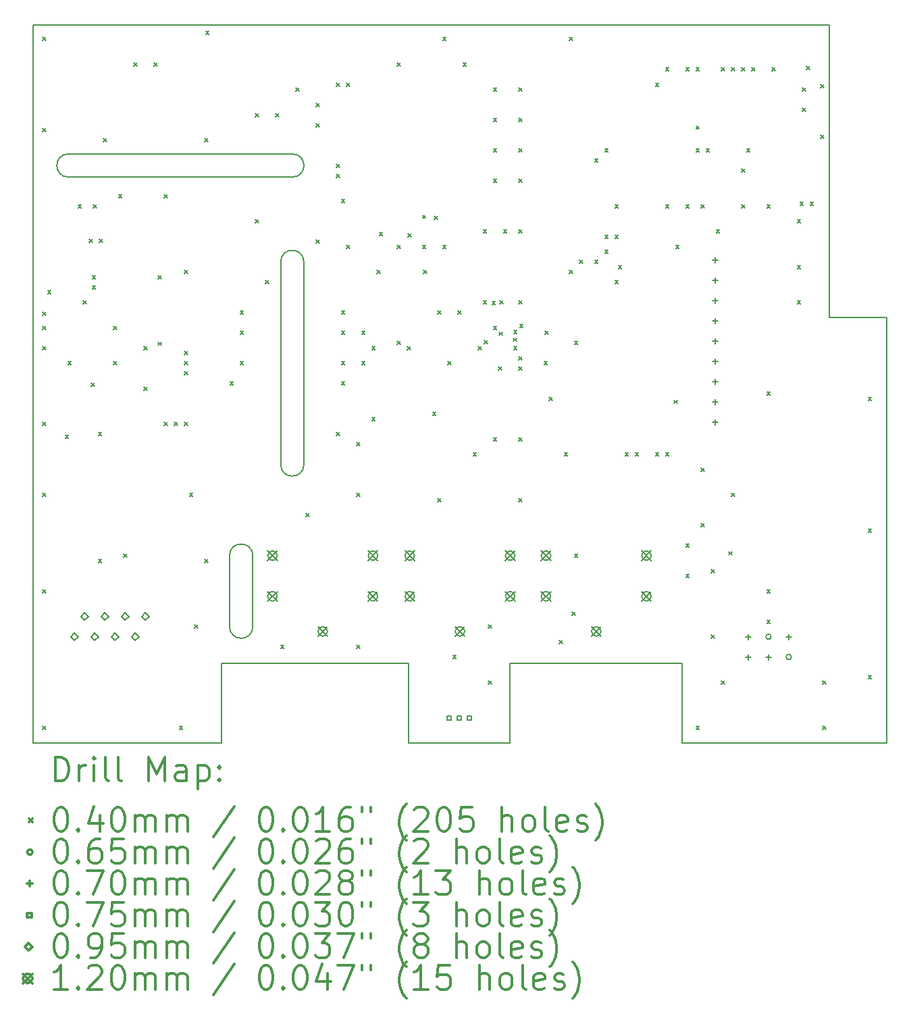
<source format=gbr>
%FSLAX45Y45*%
G04 Gerber Fmt 4.5, Leading zero omitted, Abs format (unit mm)*
G04 Created by KiCad (PCBNEW (5.1.6)-1) date 2021-04-11 16:09:23*
%MOMM*%
%LPD*%
G01*
G04 APERTURE LIST*
%TA.AperFunction,Profile*%
%ADD10C,0.200000*%
%TD*%
%ADD11C,0.200000*%
%ADD12C,0.300000*%
G04 APERTURE END LIST*
D10*
X6159500Y-15875000D02*
X6159500Y-14872000D01*
X11938000Y-15875000D02*
X11938000Y-14872000D01*
X14500000Y-15875000D02*
X11938000Y-15875000D01*
X14500000Y-15875000D02*
X14500000Y-14872000D01*
X3800000Y-15875000D02*
X6159500Y-15875000D01*
X9779000Y-14872000D02*
X11938000Y-14872000D01*
X9779000Y-15875000D02*
X9779000Y-14872000D01*
X9779000Y-15875000D02*
X8509000Y-15875000D01*
X8509000Y-15875000D02*
X8509000Y-14872000D01*
X6553200Y-14414500D02*
G75*
G02*
X6261100Y-14414500I-146050J0D01*
G01*
X6261100Y-13525500D02*
G75*
G02*
X6553200Y-13525500I146050J0D01*
G01*
X7192500Y-12382500D02*
G75*
G02*
X6902500Y-12382500I-145000J0D01*
G01*
X6902500Y-9842500D02*
G75*
G02*
X7192500Y-9842500I145000J0D01*
G01*
X4241800Y-8780000D02*
G75*
G02*
X4241800Y-8490000I0J145000D01*
G01*
X7048500Y-8490000D02*
G75*
G02*
X7048500Y-8780000I0J-145000D01*
G01*
X13779500Y-10541000D02*
X13779500Y-6872000D01*
X14500000Y-10541000D02*
X13779500Y-10541000D01*
X6553200Y-13525500D02*
X6553200Y-14414500D01*
X6261100Y-14414500D02*
X6261100Y-13525500D01*
X7192500Y-9842500D02*
X7192500Y-12382500D01*
X6902500Y-12382500D02*
X6902500Y-9842500D01*
X4241800Y-8490000D02*
X7048500Y-8490000D01*
X7048500Y-8780000D02*
X4241800Y-8780000D01*
X3800000Y-6872000D02*
X13779500Y-6872000D01*
X6159500Y-14872000D02*
X8509000Y-14872000D01*
X14500000Y-10541000D02*
X14500000Y-14872000D01*
X3800000Y-6872000D02*
X3800000Y-15875000D01*
D11*
X3917000Y-7028500D02*
X3957000Y-7068500D01*
X3957000Y-7028500D02*
X3917000Y-7068500D01*
X3917000Y-8171500D02*
X3957000Y-8211500D01*
X3957000Y-8171500D02*
X3917000Y-8211500D01*
X3917000Y-10470200D02*
X3957000Y-10510200D01*
X3957000Y-10470200D02*
X3917000Y-10510200D01*
X3917000Y-10648000D02*
X3957000Y-10688000D01*
X3957000Y-10648000D02*
X3917000Y-10688000D01*
X3917000Y-10902000D02*
X3957000Y-10942000D01*
X3957000Y-10902000D02*
X3917000Y-10942000D01*
X3917000Y-11854500D02*
X3957000Y-11894500D01*
X3957000Y-11854500D02*
X3917000Y-11894500D01*
X3917000Y-12743500D02*
X3957000Y-12783500D01*
X3957000Y-12743500D02*
X3917000Y-12783500D01*
X3917000Y-13950000D02*
X3957000Y-13990000D01*
X3957000Y-13950000D02*
X3917000Y-13990000D01*
X3917000Y-15664500D02*
X3957000Y-15704500D01*
X3957000Y-15664500D02*
X3917000Y-15704500D01*
X3980500Y-10203500D02*
X4020500Y-10243500D01*
X4020500Y-10203500D02*
X3980500Y-10243500D01*
X4201000Y-12011500D02*
X4241000Y-12051500D01*
X4241000Y-12011500D02*
X4201000Y-12051500D01*
X4234500Y-11092500D02*
X4274500Y-11132500D01*
X4274500Y-11092500D02*
X4234500Y-11132500D01*
X4361500Y-9124000D02*
X4401500Y-9164000D01*
X4401500Y-9124000D02*
X4361500Y-9164000D01*
X4425000Y-10330500D02*
X4465000Y-10370500D01*
X4465000Y-10330500D02*
X4425000Y-10370500D01*
X4501200Y-9555800D02*
X4541200Y-9595800D01*
X4541200Y-9555800D02*
X4501200Y-9595800D01*
X4526600Y-11359200D02*
X4566600Y-11399200D01*
X4566600Y-11359200D02*
X4526600Y-11399200D01*
X4539300Y-10013000D02*
X4579300Y-10053000D01*
X4579300Y-10013000D02*
X4539300Y-10053000D01*
X4539300Y-10140000D02*
X4579300Y-10180000D01*
X4579300Y-10140000D02*
X4539300Y-10180000D01*
X4552000Y-9124000D02*
X4592000Y-9164000D01*
X4592000Y-9124000D02*
X4552000Y-9164000D01*
X4615500Y-11981500D02*
X4655500Y-12021500D01*
X4655500Y-11981500D02*
X4615500Y-12021500D01*
X4615500Y-13569000D02*
X4655500Y-13609000D01*
X4655500Y-13569000D02*
X4615500Y-13609000D01*
X4628200Y-9555800D02*
X4668200Y-9595800D01*
X4668200Y-9555800D02*
X4628200Y-9595800D01*
X4679000Y-8298500D02*
X4719000Y-8338500D01*
X4719000Y-8298500D02*
X4679000Y-8338500D01*
X4806000Y-10648000D02*
X4846000Y-10688000D01*
X4846000Y-10648000D02*
X4806000Y-10688000D01*
X4806000Y-11092500D02*
X4846000Y-11132500D01*
X4846000Y-11092500D02*
X4806000Y-11132500D01*
X4869500Y-8997000D02*
X4909500Y-9037000D01*
X4909500Y-8997000D02*
X4869500Y-9037000D01*
X4933000Y-13505500D02*
X4973000Y-13545500D01*
X4973000Y-13505500D02*
X4933000Y-13545500D01*
X5060000Y-7346000D02*
X5100000Y-7386000D01*
X5100000Y-7346000D02*
X5060000Y-7386000D01*
X5187000Y-10902000D02*
X5227000Y-10942000D01*
X5227000Y-10902000D02*
X5187000Y-10942000D01*
X5187000Y-11410000D02*
X5227000Y-11450000D01*
X5227000Y-11410000D02*
X5187000Y-11450000D01*
X5314000Y-7346000D02*
X5354000Y-7386000D01*
X5354000Y-7346000D02*
X5314000Y-7386000D01*
X5367000Y-10013000D02*
X5407000Y-10053000D01*
X5407000Y-10013000D02*
X5367000Y-10053000D01*
X5367000Y-10849000D02*
X5407000Y-10889000D01*
X5407000Y-10849000D02*
X5367000Y-10889000D01*
X5441000Y-8997000D02*
X5481000Y-9037000D01*
X5481000Y-8997000D02*
X5441000Y-9037000D01*
X5441000Y-11854500D02*
X5481000Y-11894500D01*
X5481000Y-11854500D02*
X5441000Y-11894500D01*
X5568000Y-11854500D02*
X5608000Y-11894500D01*
X5608000Y-11854500D02*
X5568000Y-11894500D01*
X5631500Y-15664500D02*
X5671500Y-15704500D01*
X5671500Y-15664500D02*
X5631500Y-15704500D01*
X5695000Y-9949500D02*
X5735000Y-9989500D01*
X5735000Y-9949500D02*
X5695000Y-9989500D01*
X5695000Y-10965500D02*
X5735000Y-11005500D01*
X5735000Y-10965500D02*
X5695000Y-11005500D01*
X5695000Y-11092500D02*
X5735000Y-11132500D01*
X5735000Y-11092500D02*
X5695000Y-11132500D01*
X5695000Y-11219500D02*
X5735000Y-11259500D01*
X5735000Y-11219500D02*
X5695000Y-11259500D01*
X5695000Y-11854500D02*
X5735000Y-11894500D01*
X5735000Y-11854500D02*
X5695000Y-11894500D01*
X5758500Y-12743500D02*
X5798500Y-12783500D01*
X5798500Y-12743500D02*
X5758500Y-12783500D01*
X5822000Y-14394500D02*
X5862000Y-14434500D01*
X5862000Y-14394500D02*
X5822000Y-14434500D01*
X5949000Y-8298500D02*
X5989000Y-8338500D01*
X5989000Y-8298500D02*
X5949000Y-8338500D01*
X5949000Y-13569000D02*
X5989000Y-13609000D01*
X5989000Y-13569000D02*
X5949000Y-13609000D01*
X5963000Y-6951000D02*
X6003000Y-6991000D01*
X6003000Y-6951000D02*
X5963000Y-6991000D01*
X6266500Y-11346500D02*
X6306500Y-11386500D01*
X6306500Y-11346500D02*
X6266500Y-11386500D01*
X6393500Y-10457500D02*
X6433500Y-10497500D01*
X6433500Y-10457500D02*
X6393500Y-10497500D01*
X6393500Y-10711500D02*
X6433500Y-10751500D01*
X6433500Y-10711500D02*
X6393500Y-10751500D01*
X6393500Y-11092500D02*
X6433500Y-11132500D01*
X6433500Y-11092500D02*
X6393500Y-11132500D01*
X6584000Y-7981000D02*
X6624000Y-8021000D01*
X6624000Y-7981000D02*
X6584000Y-8021000D01*
X6584000Y-9314500D02*
X6624000Y-9354500D01*
X6624000Y-9314500D02*
X6584000Y-9354500D01*
X6711000Y-10076500D02*
X6751000Y-10116500D01*
X6751000Y-10076500D02*
X6711000Y-10116500D01*
X6838000Y-7981000D02*
X6878000Y-8021000D01*
X6878000Y-7981000D02*
X6838000Y-8021000D01*
X6901500Y-14648500D02*
X6941500Y-14688500D01*
X6941500Y-14648500D02*
X6901500Y-14688500D01*
X7092000Y-7663500D02*
X7132000Y-7703500D01*
X7132000Y-7663500D02*
X7092000Y-7703500D01*
X7219000Y-12997500D02*
X7259000Y-13037500D01*
X7259000Y-12997500D02*
X7219000Y-13037500D01*
X7346000Y-7854000D02*
X7386000Y-7894000D01*
X7386000Y-7854000D02*
X7346000Y-7894000D01*
X7346000Y-8108000D02*
X7386000Y-8148000D01*
X7386000Y-8108000D02*
X7346000Y-8148000D01*
X7346000Y-9568500D02*
X7386000Y-9608500D01*
X7386000Y-9568500D02*
X7346000Y-9608500D01*
X7600000Y-7600000D02*
X7640000Y-7640000D01*
X7640000Y-7600000D02*
X7600000Y-7640000D01*
X7600000Y-8616000D02*
X7640000Y-8656000D01*
X7640000Y-8616000D02*
X7600000Y-8656000D01*
X7600000Y-8743000D02*
X7640000Y-8783000D01*
X7640000Y-8743000D02*
X7600000Y-8783000D01*
X7600000Y-11981500D02*
X7640000Y-12021500D01*
X7640000Y-11981500D02*
X7600000Y-12021500D01*
X7663500Y-9060500D02*
X7703500Y-9100500D01*
X7703500Y-9060500D02*
X7663500Y-9100500D01*
X7663500Y-10457500D02*
X7703500Y-10497500D01*
X7703500Y-10457500D02*
X7663500Y-10497500D01*
X7663500Y-10711500D02*
X7703500Y-10751500D01*
X7703500Y-10711500D02*
X7663500Y-10751500D01*
X7663500Y-11092500D02*
X7703500Y-11132500D01*
X7703500Y-11092500D02*
X7663500Y-11132500D01*
X7663500Y-11346500D02*
X7703500Y-11386500D01*
X7703500Y-11346500D02*
X7663500Y-11386500D01*
X7727000Y-7600000D02*
X7767000Y-7640000D01*
X7767000Y-7600000D02*
X7727000Y-7640000D01*
X7727000Y-9632000D02*
X7767000Y-9672000D01*
X7767000Y-9632000D02*
X7727000Y-9672000D01*
X7854000Y-12108500D02*
X7894000Y-12148500D01*
X7894000Y-12108500D02*
X7854000Y-12148500D01*
X7854000Y-12743500D02*
X7894000Y-12783500D01*
X7894000Y-12743500D02*
X7854000Y-12783500D01*
X7854000Y-14648500D02*
X7894000Y-14688500D01*
X7894000Y-14648500D02*
X7854000Y-14688500D01*
X7917500Y-10711500D02*
X7957500Y-10751500D01*
X7957500Y-10711500D02*
X7917500Y-10751500D01*
X7917500Y-11092500D02*
X7957500Y-11132500D01*
X7957500Y-11092500D02*
X7917500Y-11132500D01*
X8044500Y-10902000D02*
X8084500Y-10942000D01*
X8084500Y-10902000D02*
X8044500Y-10942000D01*
X8044500Y-11791000D02*
X8084500Y-11831000D01*
X8084500Y-11791000D02*
X8044500Y-11831000D01*
X8108000Y-9949500D02*
X8148000Y-9989500D01*
X8148000Y-9949500D02*
X8108000Y-9989500D01*
X8138000Y-9475000D02*
X8178000Y-9515000D01*
X8178000Y-9475000D02*
X8138000Y-9515000D01*
X8362000Y-7346000D02*
X8402000Y-7386000D01*
X8402000Y-7346000D02*
X8362000Y-7386000D01*
X8362000Y-9632000D02*
X8402000Y-9672000D01*
X8402000Y-9632000D02*
X8362000Y-9672000D01*
X8362000Y-10838500D02*
X8402000Y-10878500D01*
X8402000Y-10838500D02*
X8362000Y-10878500D01*
X8489000Y-10902000D02*
X8529000Y-10942000D01*
X8529000Y-10902000D02*
X8489000Y-10942000D01*
X8500500Y-9493500D02*
X8540500Y-9533500D01*
X8540500Y-9493500D02*
X8500500Y-9533500D01*
X8679500Y-9259000D02*
X8719500Y-9299000D01*
X8719500Y-9259000D02*
X8679500Y-9299000D01*
X8679500Y-9632000D02*
X8719500Y-9672000D01*
X8719500Y-9632000D02*
X8679500Y-9672000D01*
X8692200Y-9949500D02*
X8732200Y-9989500D01*
X8732200Y-9949500D02*
X8692200Y-9989500D01*
X8806500Y-11727500D02*
X8846500Y-11767500D01*
X8846500Y-11727500D02*
X8806500Y-11767500D01*
X8827500Y-9272000D02*
X8867500Y-9312000D01*
X8867500Y-9272000D02*
X8827500Y-9312000D01*
X8870000Y-12807000D02*
X8910000Y-12847000D01*
X8910000Y-12807000D02*
X8870000Y-12847000D01*
X8871033Y-10456467D02*
X8911033Y-10496467D01*
X8911033Y-10456467D02*
X8871033Y-10496467D01*
X8933500Y-7028500D02*
X8973500Y-7068500D01*
X8973500Y-7028500D02*
X8933500Y-7068500D01*
X8933500Y-9632000D02*
X8973500Y-9672000D01*
X8973500Y-9632000D02*
X8933500Y-9672000D01*
X8997000Y-11092500D02*
X9037000Y-11132500D01*
X9037000Y-11092500D02*
X8997000Y-11132500D01*
X9060500Y-14775500D02*
X9100500Y-14815500D01*
X9100500Y-14775500D02*
X9060500Y-14815500D01*
X9124000Y-10457500D02*
X9164000Y-10497500D01*
X9164000Y-10457500D02*
X9124000Y-10497500D01*
X9187500Y-7346000D02*
X9227500Y-7386000D01*
X9227500Y-7346000D02*
X9187500Y-7386000D01*
X9314500Y-12235500D02*
X9354500Y-12275500D01*
X9354500Y-12235500D02*
X9314500Y-12275500D01*
X9378000Y-10902000D02*
X9418000Y-10942000D01*
X9418000Y-10902000D02*
X9378000Y-10942000D01*
X9441500Y-9441500D02*
X9481500Y-9481500D01*
X9481500Y-9441500D02*
X9441500Y-9481500D01*
X9441500Y-10330500D02*
X9481500Y-10370500D01*
X9481500Y-10330500D02*
X9441500Y-10370500D01*
X9453000Y-10827000D02*
X9493000Y-10867000D01*
X9493000Y-10827000D02*
X9453000Y-10867000D01*
X9505000Y-14394500D02*
X9545000Y-14434500D01*
X9545000Y-14394500D02*
X9505000Y-14434500D01*
X9505000Y-15093000D02*
X9545000Y-15133000D01*
X9545000Y-15093000D02*
X9505000Y-15133000D01*
X9552518Y-10335452D02*
X9592518Y-10375452D01*
X9592518Y-10335452D02*
X9552518Y-10375452D01*
X9568500Y-7663500D02*
X9608500Y-7703500D01*
X9608500Y-7663500D02*
X9568500Y-7703500D01*
X9568500Y-8044500D02*
X9608500Y-8084500D01*
X9608500Y-8044500D02*
X9568500Y-8084500D01*
X9568500Y-8425500D02*
X9608500Y-8465500D01*
X9608500Y-8425500D02*
X9568500Y-8465500D01*
X9568500Y-8806500D02*
X9608500Y-8846500D01*
X9608500Y-8806500D02*
X9568500Y-8846500D01*
X9568500Y-10648000D02*
X9608500Y-10688000D01*
X9608500Y-10648000D02*
X9568500Y-10688000D01*
X9568500Y-12045000D02*
X9608500Y-12085000D01*
X9608500Y-12045000D02*
X9568500Y-12085000D01*
X9632000Y-11156000D02*
X9672000Y-11196000D01*
X9672000Y-11156000D02*
X9632000Y-11196000D01*
X9643500Y-10723000D02*
X9683500Y-10763000D01*
X9683500Y-10723000D02*
X9643500Y-10763000D01*
X9652325Y-10329234D02*
X9692325Y-10369234D01*
X9692325Y-10329234D02*
X9652325Y-10369234D01*
X9695500Y-9441500D02*
X9735500Y-9481500D01*
X9735500Y-9441500D02*
X9695500Y-9481500D01*
X9819467Y-10798967D02*
X9859467Y-10838967D01*
X9859467Y-10798967D02*
X9819467Y-10838967D01*
X9822500Y-10698800D02*
X9862500Y-10738800D01*
X9862500Y-10698800D02*
X9822500Y-10738800D01*
X9822500Y-10902000D02*
X9862500Y-10942000D01*
X9862500Y-10902000D02*
X9822500Y-10942000D01*
X9886000Y-7663500D02*
X9926000Y-7703500D01*
X9926000Y-7663500D02*
X9886000Y-7703500D01*
X9886000Y-8044500D02*
X9926000Y-8084500D01*
X9926000Y-8044500D02*
X9886000Y-8084500D01*
X9886000Y-8425500D02*
X9926000Y-8465500D01*
X9926000Y-8425500D02*
X9886000Y-8465500D01*
X9886000Y-8806500D02*
X9926000Y-8846500D01*
X9926000Y-8806500D02*
X9886000Y-8846500D01*
X9886000Y-9441500D02*
X9926000Y-9481500D01*
X9926000Y-9441500D02*
X9886000Y-9481500D01*
X9886000Y-10330500D02*
X9926000Y-10370500D01*
X9926000Y-10330500D02*
X9886000Y-10370500D01*
X9886000Y-11029000D02*
X9926000Y-11069000D01*
X9926000Y-11029000D02*
X9886000Y-11069000D01*
X9886000Y-11156000D02*
X9926000Y-11196000D01*
X9926000Y-11156000D02*
X9886000Y-11196000D01*
X9886000Y-12045000D02*
X9926000Y-12085000D01*
X9926000Y-12045000D02*
X9886000Y-12085000D01*
X9886000Y-12807000D02*
X9926000Y-12847000D01*
X9926000Y-12807000D02*
X9886000Y-12847000D01*
X9898700Y-10622600D02*
X9938700Y-10662600D01*
X9938700Y-10622600D02*
X9898700Y-10662600D01*
X10203500Y-11092500D02*
X10243500Y-11132500D01*
X10243500Y-11092500D02*
X10203500Y-11132500D01*
X10215000Y-10711500D02*
X10255000Y-10751500D01*
X10255000Y-10711500D02*
X10215000Y-10751500D01*
X10267000Y-11537000D02*
X10307000Y-11577000D01*
X10307000Y-11537000D02*
X10267000Y-11577000D01*
X10394000Y-14585000D02*
X10434000Y-14625000D01*
X10434000Y-14585000D02*
X10394000Y-14625000D01*
X10457500Y-12235500D02*
X10497500Y-12275500D01*
X10497500Y-12235500D02*
X10457500Y-12275500D01*
X10521000Y-7028500D02*
X10561000Y-7068500D01*
X10561000Y-7028500D02*
X10521000Y-7068500D01*
X10521000Y-9949500D02*
X10561000Y-9989500D01*
X10561000Y-9949500D02*
X10521000Y-9989500D01*
X10554500Y-14234000D02*
X10594500Y-14274000D01*
X10594500Y-14234000D02*
X10554500Y-14274000D01*
X10584500Y-10838500D02*
X10624500Y-10878500D01*
X10624500Y-10838500D02*
X10584500Y-10878500D01*
X10584500Y-13505500D02*
X10624500Y-13545500D01*
X10624500Y-13505500D02*
X10584500Y-13545500D01*
X10648000Y-9822500D02*
X10688000Y-9862500D01*
X10688000Y-9822500D02*
X10648000Y-9862500D01*
X10838500Y-8552500D02*
X10878500Y-8592500D01*
X10878500Y-8552500D02*
X10838500Y-8592500D01*
X10838500Y-9822500D02*
X10878500Y-9862500D01*
X10878500Y-9822500D02*
X10838500Y-9862500D01*
X10965500Y-8425500D02*
X11005500Y-8465500D01*
X11005500Y-8425500D02*
X10965500Y-8465500D01*
X10965500Y-9505000D02*
X11005500Y-9545000D01*
X11005500Y-9505000D02*
X10965500Y-9545000D01*
X10965500Y-9695500D02*
X11005500Y-9735500D01*
X11005500Y-9695500D02*
X10965500Y-9735500D01*
X11092500Y-9124000D02*
X11132500Y-9164000D01*
X11132500Y-9124000D02*
X11092500Y-9164000D01*
X11092500Y-9505000D02*
X11132500Y-9545000D01*
X11132500Y-9505000D02*
X11092500Y-9545000D01*
X11092500Y-10076500D02*
X11132500Y-10116500D01*
X11132500Y-10076500D02*
X11092500Y-10116500D01*
X11137000Y-9886000D02*
X11177000Y-9926000D01*
X11177000Y-9886000D02*
X11137000Y-9926000D01*
X11219500Y-12235500D02*
X11259500Y-12275500D01*
X11259500Y-12235500D02*
X11219500Y-12275500D01*
X11346500Y-12235500D02*
X11386500Y-12275500D01*
X11386500Y-12235500D02*
X11346500Y-12275500D01*
X11600500Y-7600000D02*
X11640500Y-7640000D01*
X11640500Y-7600000D02*
X11600500Y-7640000D01*
X11600500Y-12235500D02*
X11640500Y-12275500D01*
X11640500Y-12235500D02*
X11600500Y-12275500D01*
X11727500Y-7409500D02*
X11767500Y-7449500D01*
X11767500Y-7409500D02*
X11727500Y-7449500D01*
X11727500Y-9124000D02*
X11767500Y-9164000D01*
X11767500Y-9124000D02*
X11727500Y-9164000D01*
X11727500Y-12235500D02*
X11767500Y-12275500D01*
X11767500Y-12235500D02*
X11727500Y-12275500D01*
X11833000Y-11579000D02*
X11873000Y-11619000D01*
X11873000Y-11579000D02*
X11833000Y-11619000D01*
X11854500Y-9632000D02*
X11894500Y-9672000D01*
X11894500Y-9632000D02*
X11854500Y-9672000D01*
X11981500Y-7409500D02*
X12021500Y-7449500D01*
X12021500Y-7409500D02*
X11981500Y-7449500D01*
X11981500Y-9124000D02*
X12021500Y-9164000D01*
X12021500Y-9124000D02*
X11981500Y-9164000D01*
X11981500Y-13378500D02*
X12021500Y-13418500D01*
X12021500Y-13378500D02*
X11981500Y-13418500D01*
X11981500Y-13759500D02*
X12021500Y-13799500D01*
X12021500Y-13759500D02*
X11981500Y-13799500D01*
X12108500Y-7409500D02*
X12148500Y-7449500D01*
X12148500Y-7409500D02*
X12108500Y-7449500D01*
X12108500Y-8141500D02*
X12148500Y-8181500D01*
X12148500Y-8141500D02*
X12108500Y-8181500D01*
X12108500Y-8425500D02*
X12148500Y-8465500D01*
X12148500Y-8425500D02*
X12108500Y-8465500D01*
X12108500Y-15664500D02*
X12148500Y-15704500D01*
X12148500Y-15664500D02*
X12108500Y-15704500D01*
X12172000Y-9124000D02*
X12212000Y-9164000D01*
X12212000Y-9124000D02*
X12172000Y-9164000D01*
X12172000Y-12426000D02*
X12212000Y-12466000D01*
X12212000Y-12426000D02*
X12172000Y-12466000D01*
X12172000Y-13124500D02*
X12212000Y-13164500D01*
X12212000Y-13124500D02*
X12172000Y-13164500D01*
X12235500Y-8425500D02*
X12275500Y-8465500D01*
X12275500Y-8425500D02*
X12235500Y-8465500D01*
X12299000Y-13696000D02*
X12339000Y-13736000D01*
X12339000Y-13696000D02*
X12299000Y-13736000D01*
X12299000Y-14521500D02*
X12339000Y-14561500D01*
X12339000Y-14521500D02*
X12299000Y-14561500D01*
X12362500Y-9441500D02*
X12402500Y-9481500D01*
X12402500Y-9441500D02*
X12362500Y-9481500D01*
X12426000Y-7409500D02*
X12466000Y-7449500D01*
X12466000Y-7409500D02*
X12426000Y-7449500D01*
X12426000Y-15093000D02*
X12466000Y-15133000D01*
X12466000Y-15093000D02*
X12426000Y-15133000D01*
X12521250Y-13473750D02*
X12561250Y-13513750D01*
X12561250Y-13473750D02*
X12521250Y-13513750D01*
X12553000Y-7409500D02*
X12593000Y-7449500D01*
X12593000Y-7409500D02*
X12553000Y-7449500D01*
X12553000Y-12743500D02*
X12593000Y-12783500D01*
X12593000Y-12743500D02*
X12553000Y-12783500D01*
X12680000Y-7409500D02*
X12720000Y-7449500D01*
X12720000Y-7409500D02*
X12680000Y-7449500D01*
X12680000Y-8679500D02*
X12720000Y-8719500D01*
X12720000Y-8679500D02*
X12680000Y-8719500D01*
X12680000Y-9124000D02*
X12720000Y-9164000D01*
X12720000Y-9124000D02*
X12680000Y-9164000D01*
X12743500Y-8425500D02*
X12783500Y-8465500D01*
X12783500Y-8425500D02*
X12743500Y-8465500D01*
X12807000Y-7409500D02*
X12847000Y-7449500D01*
X12847000Y-7409500D02*
X12807000Y-7449500D01*
X12997500Y-9124000D02*
X13037500Y-9164000D01*
X13037500Y-9124000D02*
X12997500Y-9164000D01*
X12997500Y-11473500D02*
X13037500Y-11513500D01*
X13037500Y-11473500D02*
X12997500Y-11513500D01*
X12997500Y-13950000D02*
X13037500Y-13990000D01*
X13037500Y-13950000D02*
X12997500Y-13990000D01*
X12997500Y-14331000D02*
X13037500Y-14371000D01*
X13037500Y-14331000D02*
X12997500Y-14371000D01*
X13061000Y-7409500D02*
X13101000Y-7449500D01*
X13101000Y-7409500D02*
X13061000Y-7449500D01*
X13378500Y-9314500D02*
X13418500Y-9354500D01*
X13418500Y-9314500D02*
X13378500Y-9354500D01*
X13378500Y-9886000D02*
X13418500Y-9926000D01*
X13418500Y-9886000D02*
X13378500Y-9926000D01*
X13378500Y-10330500D02*
X13418500Y-10370500D01*
X13418500Y-10330500D02*
X13378500Y-10370500D01*
X13413000Y-9095000D02*
X13453000Y-9135000D01*
X13453000Y-9095000D02*
X13413000Y-9135000D01*
X13442000Y-7663500D02*
X13482000Y-7703500D01*
X13482000Y-7663500D02*
X13442000Y-7703500D01*
X13442000Y-7917500D02*
X13482000Y-7957500D01*
X13482000Y-7917500D02*
X13442000Y-7957500D01*
X13492800Y-7391500D02*
X13532800Y-7431500D01*
X13532800Y-7391500D02*
X13492800Y-7431500D01*
X13540000Y-9095000D02*
X13580000Y-9135000D01*
X13580000Y-9095000D02*
X13540000Y-9135000D01*
X13674000Y-7622000D02*
X13714000Y-7662000D01*
X13714000Y-7622000D02*
X13674000Y-7662000D01*
X13674000Y-8257000D02*
X13714000Y-8297000D01*
X13714000Y-8257000D02*
X13674000Y-8297000D01*
X13696000Y-15093000D02*
X13736000Y-15133000D01*
X13736000Y-15093000D02*
X13696000Y-15133000D01*
X13696000Y-15664500D02*
X13736000Y-15704500D01*
X13736000Y-15664500D02*
X13696000Y-15704500D01*
X14267500Y-11537000D02*
X14307500Y-11577000D01*
X14307500Y-11537000D02*
X14267500Y-11577000D01*
X14267500Y-13188000D02*
X14307500Y-13228000D01*
X14307500Y-13188000D02*
X14267500Y-13228000D01*
X14267500Y-15029500D02*
X14307500Y-15069500D01*
X14307500Y-15029500D02*
X14267500Y-15069500D01*
X13050000Y-14541500D02*
G75*
G03*
X13050000Y-14541500I-32500J0D01*
G01*
X13304000Y-14795500D02*
G75*
G03*
X13304000Y-14795500I-32500J0D01*
G01*
X12763500Y-14506500D02*
X12763500Y-14576500D01*
X12728500Y-14541500D02*
X12798500Y-14541500D01*
X12763500Y-14760500D02*
X12763500Y-14830500D01*
X12728500Y-14795500D02*
X12798500Y-14795500D01*
X13017500Y-14760500D02*
X13017500Y-14830500D01*
X12982500Y-14795500D02*
X13052500Y-14795500D01*
X13271500Y-14506500D02*
X13271500Y-14576500D01*
X13236500Y-14541500D02*
X13306500Y-14541500D01*
X12351500Y-9786000D02*
X12351500Y-9856000D01*
X12316500Y-9821000D02*
X12386500Y-9821000D01*
X12351500Y-10040000D02*
X12351500Y-10110000D01*
X12316500Y-10075000D02*
X12386500Y-10075000D01*
X12351500Y-10294000D02*
X12351500Y-10364000D01*
X12316500Y-10329000D02*
X12386500Y-10329000D01*
X12351500Y-10548000D02*
X12351500Y-10618000D01*
X12316500Y-10583000D02*
X12386500Y-10583000D01*
X12351500Y-10802000D02*
X12351500Y-10872000D01*
X12316500Y-10837000D02*
X12386500Y-10837000D01*
X12351500Y-11056000D02*
X12351500Y-11126000D01*
X12316500Y-11091000D02*
X12386500Y-11091000D01*
X12351500Y-11310000D02*
X12351500Y-11380000D01*
X12316500Y-11345000D02*
X12386500Y-11345000D01*
X12351500Y-11564000D02*
X12351500Y-11634000D01*
X12316500Y-11599000D02*
X12386500Y-11599000D01*
X12351500Y-11818000D02*
X12351500Y-11888000D01*
X12316500Y-11853000D02*
X12386500Y-11853000D01*
X9043517Y-15584017D02*
X9043517Y-15530983D01*
X8990483Y-15530983D01*
X8990483Y-15584017D01*
X9043517Y-15584017D01*
X9170517Y-15584017D02*
X9170517Y-15530983D01*
X9117483Y-15530983D01*
X9117483Y-15584017D01*
X9170517Y-15584017D01*
X9297517Y-15584017D02*
X9297517Y-15530983D01*
X9244483Y-15530983D01*
X9244483Y-15584017D01*
X9297517Y-15584017D01*
X4318100Y-14589000D02*
X4365600Y-14541500D01*
X4318100Y-14494000D01*
X4270600Y-14541500D01*
X4318100Y-14589000D01*
X4445100Y-14335000D02*
X4492600Y-14287500D01*
X4445100Y-14240000D01*
X4397600Y-14287500D01*
X4445100Y-14335000D01*
X4572100Y-14589000D02*
X4619600Y-14541500D01*
X4572100Y-14494000D01*
X4524600Y-14541500D01*
X4572100Y-14589000D01*
X4699100Y-14335000D02*
X4746600Y-14287500D01*
X4699100Y-14240000D01*
X4651600Y-14287500D01*
X4699100Y-14335000D01*
X4826100Y-14589000D02*
X4873600Y-14541500D01*
X4826100Y-14494000D01*
X4778600Y-14541500D01*
X4826100Y-14589000D01*
X4953100Y-14335000D02*
X5000600Y-14287500D01*
X4953100Y-14240000D01*
X4905600Y-14287500D01*
X4953100Y-14335000D01*
X5080100Y-14589000D02*
X5127600Y-14541500D01*
X5080100Y-14494000D01*
X5032600Y-14541500D01*
X5080100Y-14589000D01*
X5207100Y-14335000D02*
X5254600Y-14287500D01*
X5207100Y-14240000D01*
X5159600Y-14287500D01*
X5207100Y-14335000D01*
X10168500Y-13464500D02*
X10288500Y-13584500D01*
X10288500Y-13464500D02*
X10168500Y-13584500D01*
X10288500Y-13524500D02*
G75*
G03*
X10288500Y-13524500I-60000J0D01*
G01*
X10168500Y-13974500D02*
X10288500Y-14094500D01*
X10288500Y-13974500D02*
X10168500Y-14094500D01*
X10288500Y-14034500D02*
G75*
G03*
X10288500Y-14034500I-60000J0D01*
G01*
X10798500Y-14414500D02*
X10918500Y-14534500D01*
X10918500Y-14414500D02*
X10798500Y-14534500D01*
X10918500Y-14474500D02*
G75*
G03*
X10918500Y-14474500I-60000J0D01*
G01*
X11428500Y-13464500D02*
X11548500Y-13584500D01*
X11548500Y-13464500D02*
X11428500Y-13584500D01*
X11548500Y-13524500D02*
G75*
G03*
X11548500Y-13524500I-60000J0D01*
G01*
X11428500Y-13974500D02*
X11548500Y-14094500D01*
X11548500Y-13974500D02*
X11428500Y-14094500D01*
X11548500Y-14034500D02*
G75*
G03*
X11548500Y-14034500I-60000J0D01*
G01*
X8460000Y-13464500D02*
X8580000Y-13584500D01*
X8580000Y-13464500D02*
X8460000Y-13584500D01*
X8580000Y-13524500D02*
G75*
G03*
X8580000Y-13524500I-60000J0D01*
G01*
X8460000Y-13974500D02*
X8580000Y-14094500D01*
X8580000Y-13974500D02*
X8460000Y-14094500D01*
X8580000Y-14034500D02*
G75*
G03*
X8580000Y-14034500I-60000J0D01*
G01*
X9090000Y-14414500D02*
X9210000Y-14534500D01*
X9210000Y-14414500D02*
X9090000Y-14534500D01*
X9210000Y-14474500D02*
G75*
G03*
X9210000Y-14474500I-60000J0D01*
G01*
X9720000Y-13464500D02*
X9840000Y-13584500D01*
X9840000Y-13464500D02*
X9720000Y-13584500D01*
X9840000Y-13524500D02*
G75*
G03*
X9840000Y-13524500I-60000J0D01*
G01*
X9720000Y-13974500D02*
X9840000Y-14094500D01*
X9840000Y-13974500D02*
X9720000Y-14094500D01*
X9840000Y-14034500D02*
G75*
G03*
X9840000Y-14034500I-60000J0D01*
G01*
X6739500Y-13464500D02*
X6859500Y-13584500D01*
X6859500Y-13464500D02*
X6739500Y-13584500D01*
X6859500Y-13524500D02*
G75*
G03*
X6859500Y-13524500I-60000J0D01*
G01*
X6739500Y-13974500D02*
X6859500Y-14094500D01*
X6859500Y-13974500D02*
X6739500Y-14094500D01*
X6859500Y-14034500D02*
G75*
G03*
X6859500Y-14034500I-60000J0D01*
G01*
X7369500Y-14414500D02*
X7489500Y-14534500D01*
X7489500Y-14414500D02*
X7369500Y-14534500D01*
X7489500Y-14474500D02*
G75*
G03*
X7489500Y-14474500I-60000J0D01*
G01*
X7999500Y-13464500D02*
X8119500Y-13584500D01*
X8119500Y-13464500D02*
X7999500Y-13584500D01*
X8119500Y-13524500D02*
G75*
G03*
X8119500Y-13524500I-60000J0D01*
G01*
X7999500Y-13974500D02*
X8119500Y-14094500D01*
X8119500Y-13974500D02*
X7999500Y-14094500D01*
X8119500Y-14034500D02*
G75*
G03*
X8119500Y-14034500I-60000J0D01*
G01*
D12*
X4076428Y-16350714D02*
X4076428Y-16050714D01*
X4147857Y-16050714D01*
X4190714Y-16065000D01*
X4219286Y-16093571D01*
X4233571Y-16122143D01*
X4247857Y-16179286D01*
X4247857Y-16222143D01*
X4233571Y-16279286D01*
X4219286Y-16307857D01*
X4190714Y-16336429D01*
X4147857Y-16350714D01*
X4076428Y-16350714D01*
X4376428Y-16350714D02*
X4376428Y-16150714D01*
X4376428Y-16207857D02*
X4390714Y-16179286D01*
X4405000Y-16165000D01*
X4433571Y-16150714D01*
X4462143Y-16150714D01*
X4562143Y-16350714D02*
X4562143Y-16150714D01*
X4562143Y-16050714D02*
X4547857Y-16065000D01*
X4562143Y-16079286D01*
X4576428Y-16065000D01*
X4562143Y-16050714D01*
X4562143Y-16079286D01*
X4747857Y-16350714D02*
X4719286Y-16336429D01*
X4705000Y-16307857D01*
X4705000Y-16050714D01*
X4905000Y-16350714D02*
X4876428Y-16336429D01*
X4862143Y-16307857D01*
X4862143Y-16050714D01*
X5247857Y-16350714D02*
X5247857Y-16050714D01*
X5347857Y-16265000D01*
X5447857Y-16050714D01*
X5447857Y-16350714D01*
X5719286Y-16350714D02*
X5719286Y-16193571D01*
X5705000Y-16165000D01*
X5676428Y-16150714D01*
X5619286Y-16150714D01*
X5590714Y-16165000D01*
X5719286Y-16336429D02*
X5690714Y-16350714D01*
X5619286Y-16350714D01*
X5590714Y-16336429D01*
X5576428Y-16307857D01*
X5576428Y-16279286D01*
X5590714Y-16250714D01*
X5619286Y-16236429D01*
X5690714Y-16236429D01*
X5719286Y-16222143D01*
X5862143Y-16150714D02*
X5862143Y-16450714D01*
X5862143Y-16165000D02*
X5890714Y-16150714D01*
X5947857Y-16150714D01*
X5976428Y-16165000D01*
X5990714Y-16179286D01*
X6005000Y-16207857D01*
X6005000Y-16293571D01*
X5990714Y-16322143D01*
X5976428Y-16336429D01*
X5947857Y-16350714D01*
X5890714Y-16350714D01*
X5862143Y-16336429D01*
X6133571Y-16322143D02*
X6147857Y-16336429D01*
X6133571Y-16350714D01*
X6119286Y-16336429D01*
X6133571Y-16322143D01*
X6133571Y-16350714D01*
X6133571Y-16165000D02*
X6147857Y-16179286D01*
X6133571Y-16193571D01*
X6119286Y-16179286D01*
X6133571Y-16165000D01*
X6133571Y-16193571D01*
X3750000Y-16825000D02*
X3790000Y-16865000D01*
X3790000Y-16825000D02*
X3750000Y-16865000D01*
X4133571Y-16680714D02*
X4162143Y-16680714D01*
X4190714Y-16695000D01*
X4205000Y-16709286D01*
X4219286Y-16737857D01*
X4233571Y-16795000D01*
X4233571Y-16866429D01*
X4219286Y-16923572D01*
X4205000Y-16952143D01*
X4190714Y-16966429D01*
X4162143Y-16980714D01*
X4133571Y-16980714D01*
X4105000Y-16966429D01*
X4090714Y-16952143D01*
X4076428Y-16923572D01*
X4062143Y-16866429D01*
X4062143Y-16795000D01*
X4076428Y-16737857D01*
X4090714Y-16709286D01*
X4105000Y-16695000D01*
X4133571Y-16680714D01*
X4362143Y-16952143D02*
X4376428Y-16966429D01*
X4362143Y-16980714D01*
X4347857Y-16966429D01*
X4362143Y-16952143D01*
X4362143Y-16980714D01*
X4633571Y-16780714D02*
X4633571Y-16980714D01*
X4562143Y-16666429D02*
X4490714Y-16880714D01*
X4676428Y-16880714D01*
X4847857Y-16680714D02*
X4876428Y-16680714D01*
X4905000Y-16695000D01*
X4919286Y-16709286D01*
X4933571Y-16737857D01*
X4947857Y-16795000D01*
X4947857Y-16866429D01*
X4933571Y-16923572D01*
X4919286Y-16952143D01*
X4905000Y-16966429D01*
X4876428Y-16980714D01*
X4847857Y-16980714D01*
X4819286Y-16966429D01*
X4805000Y-16952143D01*
X4790714Y-16923572D01*
X4776428Y-16866429D01*
X4776428Y-16795000D01*
X4790714Y-16737857D01*
X4805000Y-16709286D01*
X4819286Y-16695000D01*
X4847857Y-16680714D01*
X5076428Y-16980714D02*
X5076428Y-16780714D01*
X5076428Y-16809286D02*
X5090714Y-16795000D01*
X5119286Y-16780714D01*
X5162143Y-16780714D01*
X5190714Y-16795000D01*
X5205000Y-16823572D01*
X5205000Y-16980714D01*
X5205000Y-16823572D02*
X5219286Y-16795000D01*
X5247857Y-16780714D01*
X5290714Y-16780714D01*
X5319286Y-16795000D01*
X5333571Y-16823572D01*
X5333571Y-16980714D01*
X5476428Y-16980714D02*
X5476428Y-16780714D01*
X5476428Y-16809286D02*
X5490714Y-16795000D01*
X5519286Y-16780714D01*
X5562143Y-16780714D01*
X5590714Y-16795000D01*
X5605000Y-16823572D01*
X5605000Y-16980714D01*
X5605000Y-16823572D02*
X5619286Y-16795000D01*
X5647857Y-16780714D01*
X5690714Y-16780714D01*
X5719286Y-16795000D01*
X5733571Y-16823572D01*
X5733571Y-16980714D01*
X6319286Y-16666429D02*
X6062143Y-17052143D01*
X6705000Y-16680714D02*
X6733571Y-16680714D01*
X6762143Y-16695000D01*
X6776428Y-16709286D01*
X6790714Y-16737857D01*
X6805000Y-16795000D01*
X6805000Y-16866429D01*
X6790714Y-16923572D01*
X6776428Y-16952143D01*
X6762143Y-16966429D01*
X6733571Y-16980714D01*
X6705000Y-16980714D01*
X6676428Y-16966429D01*
X6662143Y-16952143D01*
X6647857Y-16923572D01*
X6633571Y-16866429D01*
X6633571Y-16795000D01*
X6647857Y-16737857D01*
X6662143Y-16709286D01*
X6676428Y-16695000D01*
X6705000Y-16680714D01*
X6933571Y-16952143D02*
X6947857Y-16966429D01*
X6933571Y-16980714D01*
X6919286Y-16966429D01*
X6933571Y-16952143D01*
X6933571Y-16980714D01*
X7133571Y-16680714D02*
X7162143Y-16680714D01*
X7190714Y-16695000D01*
X7205000Y-16709286D01*
X7219286Y-16737857D01*
X7233571Y-16795000D01*
X7233571Y-16866429D01*
X7219286Y-16923572D01*
X7205000Y-16952143D01*
X7190714Y-16966429D01*
X7162143Y-16980714D01*
X7133571Y-16980714D01*
X7105000Y-16966429D01*
X7090714Y-16952143D01*
X7076428Y-16923572D01*
X7062143Y-16866429D01*
X7062143Y-16795000D01*
X7076428Y-16737857D01*
X7090714Y-16709286D01*
X7105000Y-16695000D01*
X7133571Y-16680714D01*
X7519286Y-16980714D02*
X7347857Y-16980714D01*
X7433571Y-16980714D02*
X7433571Y-16680714D01*
X7405000Y-16723571D01*
X7376428Y-16752143D01*
X7347857Y-16766429D01*
X7776428Y-16680714D02*
X7719286Y-16680714D01*
X7690714Y-16695000D01*
X7676428Y-16709286D01*
X7647857Y-16752143D01*
X7633571Y-16809286D01*
X7633571Y-16923572D01*
X7647857Y-16952143D01*
X7662143Y-16966429D01*
X7690714Y-16980714D01*
X7747857Y-16980714D01*
X7776428Y-16966429D01*
X7790714Y-16952143D01*
X7805000Y-16923572D01*
X7805000Y-16852143D01*
X7790714Y-16823572D01*
X7776428Y-16809286D01*
X7747857Y-16795000D01*
X7690714Y-16795000D01*
X7662143Y-16809286D01*
X7647857Y-16823572D01*
X7633571Y-16852143D01*
X7919286Y-16680714D02*
X7919286Y-16737857D01*
X8033571Y-16680714D02*
X8033571Y-16737857D01*
X8476428Y-17095000D02*
X8462143Y-17080714D01*
X8433571Y-17037857D01*
X8419286Y-17009286D01*
X8405000Y-16966429D01*
X8390714Y-16895000D01*
X8390714Y-16837857D01*
X8405000Y-16766429D01*
X8419286Y-16723571D01*
X8433571Y-16695000D01*
X8462143Y-16652143D01*
X8476428Y-16637857D01*
X8576428Y-16709286D02*
X8590714Y-16695000D01*
X8619286Y-16680714D01*
X8690714Y-16680714D01*
X8719286Y-16695000D01*
X8733571Y-16709286D01*
X8747857Y-16737857D01*
X8747857Y-16766429D01*
X8733571Y-16809286D01*
X8562143Y-16980714D01*
X8747857Y-16980714D01*
X8933571Y-16680714D02*
X8962143Y-16680714D01*
X8990714Y-16695000D01*
X9005000Y-16709286D01*
X9019286Y-16737857D01*
X9033571Y-16795000D01*
X9033571Y-16866429D01*
X9019286Y-16923572D01*
X9005000Y-16952143D01*
X8990714Y-16966429D01*
X8962143Y-16980714D01*
X8933571Y-16980714D01*
X8905000Y-16966429D01*
X8890714Y-16952143D01*
X8876428Y-16923572D01*
X8862143Y-16866429D01*
X8862143Y-16795000D01*
X8876428Y-16737857D01*
X8890714Y-16709286D01*
X8905000Y-16695000D01*
X8933571Y-16680714D01*
X9305000Y-16680714D02*
X9162143Y-16680714D01*
X9147857Y-16823572D01*
X9162143Y-16809286D01*
X9190714Y-16795000D01*
X9262143Y-16795000D01*
X9290714Y-16809286D01*
X9305000Y-16823572D01*
X9319286Y-16852143D01*
X9319286Y-16923572D01*
X9305000Y-16952143D01*
X9290714Y-16966429D01*
X9262143Y-16980714D01*
X9190714Y-16980714D01*
X9162143Y-16966429D01*
X9147857Y-16952143D01*
X9676428Y-16980714D02*
X9676428Y-16680714D01*
X9805000Y-16980714D02*
X9805000Y-16823572D01*
X9790714Y-16795000D01*
X9762143Y-16780714D01*
X9719286Y-16780714D01*
X9690714Y-16795000D01*
X9676428Y-16809286D01*
X9990714Y-16980714D02*
X9962143Y-16966429D01*
X9947857Y-16952143D01*
X9933571Y-16923572D01*
X9933571Y-16837857D01*
X9947857Y-16809286D01*
X9962143Y-16795000D01*
X9990714Y-16780714D01*
X10033571Y-16780714D01*
X10062143Y-16795000D01*
X10076428Y-16809286D01*
X10090714Y-16837857D01*
X10090714Y-16923572D01*
X10076428Y-16952143D01*
X10062143Y-16966429D01*
X10033571Y-16980714D01*
X9990714Y-16980714D01*
X10262143Y-16980714D02*
X10233571Y-16966429D01*
X10219286Y-16937857D01*
X10219286Y-16680714D01*
X10490714Y-16966429D02*
X10462143Y-16980714D01*
X10405000Y-16980714D01*
X10376428Y-16966429D01*
X10362143Y-16937857D01*
X10362143Y-16823572D01*
X10376428Y-16795000D01*
X10405000Y-16780714D01*
X10462143Y-16780714D01*
X10490714Y-16795000D01*
X10505000Y-16823572D01*
X10505000Y-16852143D01*
X10362143Y-16880714D01*
X10619286Y-16966429D02*
X10647857Y-16980714D01*
X10705000Y-16980714D01*
X10733571Y-16966429D01*
X10747857Y-16937857D01*
X10747857Y-16923572D01*
X10733571Y-16895000D01*
X10705000Y-16880714D01*
X10662143Y-16880714D01*
X10633571Y-16866429D01*
X10619286Y-16837857D01*
X10619286Y-16823572D01*
X10633571Y-16795000D01*
X10662143Y-16780714D01*
X10705000Y-16780714D01*
X10733571Y-16795000D01*
X10847857Y-17095000D02*
X10862143Y-17080714D01*
X10890714Y-17037857D01*
X10905000Y-17009286D01*
X10919286Y-16966429D01*
X10933571Y-16895000D01*
X10933571Y-16837857D01*
X10919286Y-16766429D01*
X10905000Y-16723571D01*
X10890714Y-16695000D01*
X10862143Y-16652143D01*
X10847857Y-16637857D01*
X3790000Y-17241000D02*
G75*
G03*
X3790000Y-17241000I-32500J0D01*
G01*
X4133571Y-17076714D02*
X4162143Y-17076714D01*
X4190714Y-17091000D01*
X4205000Y-17105286D01*
X4219286Y-17133857D01*
X4233571Y-17191000D01*
X4233571Y-17262429D01*
X4219286Y-17319572D01*
X4205000Y-17348143D01*
X4190714Y-17362429D01*
X4162143Y-17376714D01*
X4133571Y-17376714D01*
X4105000Y-17362429D01*
X4090714Y-17348143D01*
X4076428Y-17319572D01*
X4062143Y-17262429D01*
X4062143Y-17191000D01*
X4076428Y-17133857D01*
X4090714Y-17105286D01*
X4105000Y-17091000D01*
X4133571Y-17076714D01*
X4362143Y-17348143D02*
X4376428Y-17362429D01*
X4362143Y-17376714D01*
X4347857Y-17362429D01*
X4362143Y-17348143D01*
X4362143Y-17376714D01*
X4633571Y-17076714D02*
X4576428Y-17076714D01*
X4547857Y-17091000D01*
X4533571Y-17105286D01*
X4505000Y-17148143D01*
X4490714Y-17205286D01*
X4490714Y-17319572D01*
X4505000Y-17348143D01*
X4519286Y-17362429D01*
X4547857Y-17376714D01*
X4605000Y-17376714D01*
X4633571Y-17362429D01*
X4647857Y-17348143D01*
X4662143Y-17319572D01*
X4662143Y-17248143D01*
X4647857Y-17219572D01*
X4633571Y-17205286D01*
X4605000Y-17191000D01*
X4547857Y-17191000D01*
X4519286Y-17205286D01*
X4505000Y-17219572D01*
X4490714Y-17248143D01*
X4933571Y-17076714D02*
X4790714Y-17076714D01*
X4776428Y-17219572D01*
X4790714Y-17205286D01*
X4819286Y-17191000D01*
X4890714Y-17191000D01*
X4919286Y-17205286D01*
X4933571Y-17219572D01*
X4947857Y-17248143D01*
X4947857Y-17319572D01*
X4933571Y-17348143D01*
X4919286Y-17362429D01*
X4890714Y-17376714D01*
X4819286Y-17376714D01*
X4790714Y-17362429D01*
X4776428Y-17348143D01*
X5076428Y-17376714D02*
X5076428Y-17176714D01*
X5076428Y-17205286D02*
X5090714Y-17191000D01*
X5119286Y-17176714D01*
X5162143Y-17176714D01*
X5190714Y-17191000D01*
X5205000Y-17219572D01*
X5205000Y-17376714D01*
X5205000Y-17219572D02*
X5219286Y-17191000D01*
X5247857Y-17176714D01*
X5290714Y-17176714D01*
X5319286Y-17191000D01*
X5333571Y-17219572D01*
X5333571Y-17376714D01*
X5476428Y-17376714D02*
X5476428Y-17176714D01*
X5476428Y-17205286D02*
X5490714Y-17191000D01*
X5519286Y-17176714D01*
X5562143Y-17176714D01*
X5590714Y-17191000D01*
X5605000Y-17219572D01*
X5605000Y-17376714D01*
X5605000Y-17219572D02*
X5619286Y-17191000D01*
X5647857Y-17176714D01*
X5690714Y-17176714D01*
X5719286Y-17191000D01*
X5733571Y-17219572D01*
X5733571Y-17376714D01*
X6319286Y-17062429D02*
X6062143Y-17448143D01*
X6705000Y-17076714D02*
X6733571Y-17076714D01*
X6762143Y-17091000D01*
X6776428Y-17105286D01*
X6790714Y-17133857D01*
X6805000Y-17191000D01*
X6805000Y-17262429D01*
X6790714Y-17319572D01*
X6776428Y-17348143D01*
X6762143Y-17362429D01*
X6733571Y-17376714D01*
X6705000Y-17376714D01*
X6676428Y-17362429D01*
X6662143Y-17348143D01*
X6647857Y-17319572D01*
X6633571Y-17262429D01*
X6633571Y-17191000D01*
X6647857Y-17133857D01*
X6662143Y-17105286D01*
X6676428Y-17091000D01*
X6705000Y-17076714D01*
X6933571Y-17348143D02*
X6947857Y-17362429D01*
X6933571Y-17376714D01*
X6919286Y-17362429D01*
X6933571Y-17348143D01*
X6933571Y-17376714D01*
X7133571Y-17076714D02*
X7162143Y-17076714D01*
X7190714Y-17091000D01*
X7205000Y-17105286D01*
X7219286Y-17133857D01*
X7233571Y-17191000D01*
X7233571Y-17262429D01*
X7219286Y-17319572D01*
X7205000Y-17348143D01*
X7190714Y-17362429D01*
X7162143Y-17376714D01*
X7133571Y-17376714D01*
X7105000Y-17362429D01*
X7090714Y-17348143D01*
X7076428Y-17319572D01*
X7062143Y-17262429D01*
X7062143Y-17191000D01*
X7076428Y-17133857D01*
X7090714Y-17105286D01*
X7105000Y-17091000D01*
X7133571Y-17076714D01*
X7347857Y-17105286D02*
X7362143Y-17091000D01*
X7390714Y-17076714D01*
X7462143Y-17076714D01*
X7490714Y-17091000D01*
X7505000Y-17105286D01*
X7519286Y-17133857D01*
X7519286Y-17162429D01*
X7505000Y-17205286D01*
X7333571Y-17376714D01*
X7519286Y-17376714D01*
X7776428Y-17076714D02*
X7719286Y-17076714D01*
X7690714Y-17091000D01*
X7676428Y-17105286D01*
X7647857Y-17148143D01*
X7633571Y-17205286D01*
X7633571Y-17319572D01*
X7647857Y-17348143D01*
X7662143Y-17362429D01*
X7690714Y-17376714D01*
X7747857Y-17376714D01*
X7776428Y-17362429D01*
X7790714Y-17348143D01*
X7805000Y-17319572D01*
X7805000Y-17248143D01*
X7790714Y-17219572D01*
X7776428Y-17205286D01*
X7747857Y-17191000D01*
X7690714Y-17191000D01*
X7662143Y-17205286D01*
X7647857Y-17219572D01*
X7633571Y-17248143D01*
X7919286Y-17076714D02*
X7919286Y-17133857D01*
X8033571Y-17076714D02*
X8033571Y-17133857D01*
X8476428Y-17491000D02*
X8462143Y-17476714D01*
X8433571Y-17433857D01*
X8419286Y-17405286D01*
X8405000Y-17362429D01*
X8390714Y-17291000D01*
X8390714Y-17233857D01*
X8405000Y-17162429D01*
X8419286Y-17119572D01*
X8433571Y-17091000D01*
X8462143Y-17048143D01*
X8476428Y-17033857D01*
X8576428Y-17105286D02*
X8590714Y-17091000D01*
X8619286Y-17076714D01*
X8690714Y-17076714D01*
X8719286Y-17091000D01*
X8733571Y-17105286D01*
X8747857Y-17133857D01*
X8747857Y-17162429D01*
X8733571Y-17205286D01*
X8562143Y-17376714D01*
X8747857Y-17376714D01*
X9105000Y-17376714D02*
X9105000Y-17076714D01*
X9233571Y-17376714D02*
X9233571Y-17219572D01*
X9219286Y-17191000D01*
X9190714Y-17176714D01*
X9147857Y-17176714D01*
X9119286Y-17191000D01*
X9105000Y-17205286D01*
X9419286Y-17376714D02*
X9390714Y-17362429D01*
X9376428Y-17348143D01*
X9362143Y-17319572D01*
X9362143Y-17233857D01*
X9376428Y-17205286D01*
X9390714Y-17191000D01*
X9419286Y-17176714D01*
X9462143Y-17176714D01*
X9490714Y-17191000D01*
X9505000Y-17205286D01*
X9519286Y-17233857D01*
X9519286Y-17319572D01*
X9505000Y-17348143D01*
X9490714Y-17362429D01*
X9462143Y-17376714D01*
X9419286Y-17376714D01*
X9690714Y-17376714D02*
X9662143Y-17362429D01*
X9647857Y-17333857D01*
X9647857Y-17076714D01*
X9919286Y-17362429D02*
X9890714Y-17376714D01*
X9833571Y-17376714D01*
X9805000Y-17362429D01*
X9790714Y-17333857D01*
X9790714Y-17219572D01*
X9805000Y-17191000D01*
X9833571Y-17176714D01*
X9890714Y-17176714D01*
X9919286Y-17191000D01*
X9933571Y-17219572D01*
X9933571Y-17248143D01*
X9790714Y-17276714D01*
X10047857Y-17362429D02*
X10076428Y-17376714D01*
X10133571Y-17376714D01*
X10162143Y-17362429D01*
X10176428Y-17333857D01*
X10176428Y-17319572D01*
X10162143Y-17291000D01*
X10133571Y-17276714D01*
X10090714Y-17276714D01*
X10062143Y-17262429D01*
X10047857Y-17233857D01*
X10047857Y-17219572D01*
X10062143Y-17191000D01*
X10090714Y-17176714D01*
X10133571Y-17176714D01*
X10162143Y-17191000D01*
X10276428Y-17491000D02*
X10290714Y-17476714D01*
X10319286Y-17433857D01*
X10333571Y-17405286D01*
X10347857Y-17362429D01*
X10362143Y-17291000D01*
X10362143Y-17233857D01*
X10347857Y-17162429D01*
X10333571Y-17119572D01*
X10319286Y-17091000D01*
X10290714Y-17048143D01*
X10276428Y-17033857D01*
X3755000Y-17602000D02*
X3755000Y-17672000D01*
X3720000Y-17637000D02*
X3790000Y-17637000D01*
X4133571Y-17472714D02*
X4162143Y-17472714D01*
X4190714Y-17487000D01*
X4205000Y-17501286D01*
X4219286Y-17529857D01*
X4233571Y-17587000D01*
X4233571Y-17658429D01*
X4219286Y-17715572D01*
X4205000Y-17744143D01*
X4190714Y-17758429D01*
X4162143Y-17772714D01*
X4133571Y-17772714D01*
X4105000Y-17758429D01*
X4090714Y-17744143D01*
X4076428Y-17715572D01*
X4062143Y-17658429D01*
X4062143Y-17587000D01*
X4076428Y-17529857D01*
X4090714Y-17501286D01*
X4105000Y-17487000D01*
X4133571Y-17472714D01*
X4362143Y-17744143D02*
X4376428Y-17758429D01*
X4362143Y-17772714D01*
X4347857Y-17758429D01*
X4362143Y-17744143D01*
X4362143Y-17772714D01*
X4476428Y-17472714D02*
X4676428Y-17472714D01*
X4547857Y-17772714D01*
X4847857Y-17472714D02*
X4876428Y-17472714D01*
X4905000Y-17487000D01*
X4919286Y-17501286D01*
X4933571Y-17529857D01*
X4947857Y-17587000D01*
X4947857Y-17658429D01*
X4933571Y-17715572D01*
X4919286Y-17744143D01*
X4905000Y-17758429D01*
X4876428Y-17772714D01*
X4847857Y-17772714D01*
X4819286Y-17758429D01*
X4805000Y-17744143D01*
X4790714Y-17715572D01*
X4776428Y-17658429D01*
X4776428Y-17587000D01*
X4790714Y-17529857D01*
X4805000Y-17501286D01*
X4819286Y-17487000D01*
X4847857Y-17472714D01*
X5076428Y-17772714D02*
X5076428Y-17572714D01*
X5076428Y-17601286D02*
X5090714Y-17587000D01*
X5119286Y-17572714D01*
X5162143Y-17572714D01*
X5190714Y-17587000D01*
X5205000Y-17615572D01*
X5205000Y-17772714D01*
X5205000Y-17615572D02*
X5219286Y-17587000D01*
X5247857Y-17572714D01*
X5290714Y-17572714D01*
X5319286Y-17587000D01*
X5333571Y-17615572D01*
X5333571Y-17772714D01*
X5476428Y-17772714D02*
X5476428Y-17572714D01*
X5476428Y-17601286D02*
X5490714Y-17587000D01*
X5519286Y-17572714D01*
X5562143Y-17572714D01*
X5590714Y-17587000D01*
X5605000Y-17615572D01*
X5605000Y-17772714D01*
X5605000Y-17615572D02*
X5619286Y-17587000D01*
X5647857Y-17572714D01*
X5690714Y-17572714D01*
X5719286Y-17587000D01*
X5733571Y-17615572D01*
X5733571Y-17772714D01*
X6319286Y-17458429D02*
X6062143Y-17844143D01*
X6705000Y-17472714D02*
X6733571Y-17472714D01*
X6762143Y-17487000D01*
X6776428Y-17501286D01*
X6790714Y-17529857D01*
X6805000Y-17587000D01*
X6805000Y-17658429D01*
X6790714Y-17715572D01*
X6776428Y-17744143D01*
X6762143Y-17758429D01*
X6733571Y-17772714D01*
X6705000Y-17772714D01*
X6676428Y-17758429D01*
X6662143Y-17744143D01*
X6647857Y-17715572D01*
X6633571Y-17658429D01*
X6633571Y-17587000D01*
X6647857Y-17529857D01*
X6662143Y-17501286D01*
X6676428Y-17487000D01*
X6705000Y-17472714D01*
X6933571Y-17744143D02*
X6947857Y-17758429D01*
X6933571Y-17772714D01*
X6919286Y-17758429D01*
X6933571Y-17744143D01*
X6933571Y-17772714D01*
X7133571Y-17472714D02*
X7162143Y-17472714D01*
X7190714Y-17487000D01*
X7205000Y-17501286D01*
X7219286Y-17529857D01*
X7233571Y-17587000D01*
X7233571Y-17658429D01*
X7219286Y-17715572D01*
X7205000Y-17744143D01*
X7190714Y-17758429D01*
X7162143Y-17772714D01*
X7133571Y-17772714D01*
X7105000Y-17758429D01*
X7090714Y-17744143D01*
X7076428Y-17715572D01*
X7062143Y-17658429D01*
X7062143Y-17587000D01*
X7076428Y-17529857D01*
X7090714Y-17501286D01*
X7105000Y-17487000D01*
X7133571Y-17472714D01*
X7347857Y-17501286D02*
X7362143Y-17487000D01*
X7390714Y-17472714D01*
X7462143Y-17472714D01*
X7490714Y-17487000D01*
X7505000Y-17501286D01*
X7519286Y-17529857D01*
X7519286Y-17558429D01*
X7505000Y-17601286D01*
X7333571Y-17772714D01*
X7519286Y-17772714D01*
X7690714Y-17601286D02*
X7662143Y-17587000D01*
X7647857Y-17572714D01*
X7633571Y-17544143D01*
X7633571Y-17529857D01*
X7647857Y-17501286D01*
X7662143Y-17487000D01*
X7690714Y-17472714D01*
X7747857Y-17472714D01*
X7776428Y-17487000D01*
X7790714Y-17501286D01*
X7805000Y-17529857D01*
X7805000Y-17544143D01*
X7790714Y-17572714D01*
X7776428Y-17587000D01*
X7747857Y-17601286D01*
X7690714Y-17601286D01*
X7662143Y-17615572D01*
X7647857Y-17629857D01*
X7633571Y-17658429D01*
X7633571Y-17715572D01*
X7647857Y-17744143D01*
X7662143Y-17758429D01*
X7690714Y-17772714D01*
X7747857Y-17772714D01*
X7776428Y-17758429D01*
X7790714Y-17744143D01*
X7805000Y-17715572D01*
X7805000Y-17658429D01*
X7790714Y-17629857D01*
X7776428Y-17615572D01*
X7747857Y-17601286D01*
X7919286Y-17472714D02*
X7919286Y-17529857D01*
X8033571Y-17472714D02*
X8033571Y-17529857D01*
X8476428Y-17887000D02*
X8462143Y-17872714D01*
X8433571Y-17829857D01*
X8419286Y-17801286D01*
X8405000Y-17758429D01*
X8390714Y-17687000D01*
X8390714Y-17629857D01*
X8405000Y-17558429D01*
X8419286Y-17515572D01*
X8433571Y-17487000D01*
X8462143Y-17444143D01*
X8476428Y-17429857D01*
X8747857Y-17772714D02*
X8576428Y-17772714D01*
X8662143Y-17772714D02*
X8662143Y-17472714D01*
X8633571Y-17515572D01*
X8605000Y-17544143D01*
X8576428Y-17558429D01*
X8847857Y-17472714D02*
X9033571Y-17472714D01*
X8933571Y-17587000D01*
X8976428Y-17587000D01*
X9005000Y-17601286D01*
X9019286Y-17615572D01*
X9033571Y-17644143D01*
X9033571Y-17715572D01*
X9019286Y-17744143D01*
X9005000Y-17758429D01*
X8976428Y-17772714D01*
X8890714Y-17772714D01*
X8862143Y-17758429D01*
X8847857Y-17744143D01*
X9390714Y-17772714D02*
X9390714Y-17472714D01*
X9519286Y-17772714D02*
X9519286Y-17615572D01*
X9505000Y-17587000D01*
X9476428Y-17572714D01*
X9433571Y-17572714D01*
X9405000Y-17587000D01*
X9390714Y-17601286D01*
X9705000Y-17772714D02*
X9676428Y-17758429D01*
X9662143Y-17744143D01*
X9647857Y-17715572D01*
X9647857Y-17629857D01*
X9662143Y-17601286D01*
X9676428Y-17587000D01*
X9705000Y-17572714D01*
X9747857Y-17572714D01*
X9776428Y-17587000D01*
X9790714Y-17601286D01*
X9805000Y-17629857D01*
X9805000Y-17715572D01*
X9790714Y-17744143D01*
X9776428Y-17758429D01*
X9747857Y-17772714D01*
X9705000Y-17772714D01*
X9976428Y-17772714D02*
X9947857Y-17758429D01*
X9933571Y-17729857D01*
X9933571Y-17472714D01*
X10205000Y-17758429D02*
X10176428Y-17772714D01*
X10119286Y-17772714D01*
X10090714Y-17758429D01*
X10076428Y-17729857D01*
X10076428Y-17615572D01*
X10090714Y-17587000D01*
X10119286Y-17572714D01*
X10176428Y-17572714D01*
X10205000Y-17587000D01*
X10219286Y-17615572D01*
X10219286Y-17644143D01*
X10076428Y-17672714D01*
X10333571Y-17758429D02*
X10362143Y-17772714D01*
X10419286Y-17772714D01*
X10447857Y-17758429D01*
X10462143Y-17729857D01*
X10462143Y-17715572D01*
X10447857Y-17687000D01*
X10419286Y-17672714D01*
X10376428Y-17672714D01*
X10347857Y-17658429D01*
X10333571Y-17629857D01*
X10333571Y-17615572D01*
X10347857Y-17587000D01*
X10376428Y-17572714D01*
X10419286Y-17572714D01*
X10447857Y-17587000D01*
X10562143Y-17887000D02*
X10576428Y-17872714D01*
X10605000Y-17829857D01*
X10619286Y-17801286D01*
X10633571Y-17758429D01*
X10647857Y-17687000D01*
X10647857Y-17629857D01*
X10633571Y-17558429D01*
X10619286Y-17515572D01*
X10605000Y-17487000D01*
X10576428Y-17444143D01*
X10562143Y-17429857D01*
X3779017Y-18059517D02*
X3779017Y-18006483D01*
X3725983Y-18006483D01*
X3725983Y-18059517D01*
X3779017Y-18059517D01*
X4133571Y-17868714D02*
X4162143Y-17868714D01*
X4190714Y-17883000D01*
X4205000Y-17897286D01*
X4219286Y-17925857D01*
X4233571Y-17983000D01*
X4233571Y-18054429D01*
X4219286Y-18111572D01*
X4205000Y-18140143D01*
X4190714Y-18154429D01*
X4162143Y-18168714D01*
X4133571Y-18168714D01*
X4105000Y-18154429D01*
X4090714Y-18140143D01*
X4076428Y-18111572D01*
X4062143Y-18054429D01*
X4062143Y-17983000D01*
X4076428Y-17925857D01*
X4090714Y-17897286D01*
X4105000Y-17883000D01*
X4133571Y-17868714D01*
X4362143Y-18140143D02*
X4376428Y-18154429D01*
X4362143Y-18168714D01*
X4347857Y-18154429D01*
X4362143Y-18140143D01*
X4362143Y-18168714D01*
X4476428Y-17868714D02*
X4676428Y-17868714D01*
X4547857Y-18168714D01*
X4933571Y-17868714D02*
X4790714Y-17868714D01*
X4776428Y-18011572D01*
X4790714Y-17997286D01*
X4819286Y-17983000D01*
X4890714Y-17983000D01*
X4919286Y-17997286D01*
X4933571Y-18011572D01*
X4947857Y-18040143D01*
X4947857Y-18111572D01*
X4933571Y-18140143D01*
X4919286Y-18154429D01*
X4890714Y-18168714D01*
X4819286Y-18168714D01*
X4790714Y-18154429D01*
X4776428Y-18140143D01*
X5076428Y-18168714D02*
X5076428Y-17968714D01*
X5076428Y-17997286D02*
X5090714Y-17983000D01*
X5119286Y-17968714D01*
X5162143Y-17968714D01*
X5190714Y-17983000D01*
X5205000Y-18011572D01*
X5205000Y-18168714D01*
X5205000Y-18011572D02*
X5219286Y-17983000D01*
X5247857Y-17968714D01*
X5290714Y-17968714D01*
X5319286Y-17983000D01*
X5333571Y-18011572D01*
X5333571Y-18168714D01*
X5476428Y-18168714D02*
X5476428Y-17968714D01*
X5476428Y-17997286D02*
X5490714Y-17983000D01*
X5519286Y-17968714D01*
X5562143Y-17968714D01*
X5590714Y-17983000D01*
X5605000Y-18011572D01*
X5605000Y-18168714D01*
X5605000Y-18011572D02*
X5619286Y-17983000D01*
X5647857Y-17968714D01*
X5690714Y-17968714D01*
X5719286Y-17983000D01*
X5733571Y-18011572D01*
X5733571Y-18168714D01*
X6319286Y-17854429D02*
X6062143Y-18240143D01*
X6705000Y-17868714D02*
X6733571Y-17868714D01*
X6762143Y-17883000D01*
X6776428Y-17897286D01*
X6790714Y-17925857D01*
X6805000Y-17983000D01*
X6805000Y-18054429D01*
X6790714Y-18111572D01*
X6776428Y-18140143D01*
X6762143Y-18154429D01*
X6733571Y-18168714D01*
X6705000Y-18168714D01*
X6676428Y-18154429D01*
X6662143Y-18140143D01*
X6647857Y-18111572D01*
X6633571Y-18054429D01*
X6633571Y-17983000D01*
X6647857Y-17925857D01*
X6662143Y-17897286D01*
X6676428Y-17883000D01*
X6705000Y-17868714D01*
X6933571Y-18140143D02*
X6947857Y-18154429D01*
X6933571Y-18168714D01*
X6919286Y-18154429D01*
X6933571Y-18140143D01*
X6933571Y-18168714D01*
X7133571Y-17868714D02*
X7162143Y-17868714D01*
X7190714Y-17883000D01*
X7205000Y-17897286D01*
X7219286Y-17925857D01*
X7233571Y-17983000D01*
X7233571Y-18054429D01*
X7219286Y-18111572D01*
X7205000Y-18140143D01*
X7190714Y-18154429D01*
X7162143Y-18168714D01*
X7133571Y-18168714D01*
X7105000Y-18154429D01*
X7090714Y-18140143D01*
X7076428Y-18111572D01*
X7062143Y-18054429D01*
X7062143Y-17983000D01*
X7076428Y-17925857D01*
X7090714Y-17897286D01*
X7105000Y-17883000D01*
X7133571Y-17868714D01*
X7333571Y-17868714D02*
X7519286Y-17868714D01*
X7419286Y-17983000D01*
X7462143Y-17983000D01*
X7490714Y-17997286D01*
X7505000Y-18011572D01*
X7519286Y-18040143D01*
X7519286Y-18111572D01*
X7505000Y-18140143D01*
X7490714Y-18154429D01*
X7462143Y-18168714D01*
X7376428Y-18168714D01*
X7347857Y-18154429D01*
X7333571Y-18140143D01*
X7705000Y-17868714D02*
X7733571Y-17868714D01*
X7762143Y-17883000D01*
X7776428Y-17897286D01*
X7790714Y-17925857D01*
X7805000Y-17983000D01*
X7805000Y-18054429D01*
X7790714Y-18111572D01*
X7776428Y-18140143D01*
X7762143Y-18154429D01*
X7733571Y-18168714D01*
X7705000Y-18168714D01*
X7676428Y-18154429D01*
X7662143Y-18140143D01*
X7647857Y-18111572D01*
X7633571Y-18054429D01*
X7633571Y-17983000D01*
X7647857Y-17925857D01*
X7662143Y-17897286D01*
X7676428Y-17883000D01*
X7705000Y-17868714D01*
X7919286Y-17868714D02*
X7919286Y-17925857D01*
X8033571Y-17868714D02*
X8033571Y-17925857D01*
X8476428Y-18283000D02*
X8462143Y-18268714D01*
X8433571Y-18225857D01*
X8419286Y-18197286D01*
X8405000Y-18154429D01*
X8390714Y-18083000D01*
X8390714Y-18025857D01*
X8405000Y-17954429D01*
X8419286Y-17911572D01*
X8433571Y-17883000D01*
X8462143Y-17840143D01*
X8476428Y-17825857D01*
X8562143Y-17868714D02*
X8747857Y-17868714D01*
X8647857Y-17983000D01*
X8690714Y-17983000D01*
X8719286Y-17997286D01*
X8733571Y-18011572D01*
X8747857Y-18040143D01*
X8747857Y-18111572D01*
X8733571Y-18140143D01*
X8719286Y-18154429D01*
X8690714Y-18168714D01*
X8605000Y-18168714D01*
X8576428Y-18154429D01*
X8562143Y-18140143D01*
X9105000Y-18168714D02*
X9105000Y-17868714D01*
X9233571Y-18168714D02*
X9233571Y-18011572D01*
X9219286Y-17983000D01*
X9190714Y-17968714D01*
X9147857Y-17968714D01*
X9119286Y-17983000D01*
X9105000Y-17997286D01*
X9419286Y-18168714D02*
X9390714Y-18154429D01*
X9376428Y-18140143D01*
X9362143Y-18111572D01*
X9362143Y-18025857D01*
X9376428Y-17997286D01*
X9390714Y-17983000D01*
X9419286Y-17968714D01*
X9462143Y-17968714D01*
X9490714Y-17983000D01*
X9505000Y-17997286D01*
X9519286Y-18025857D01*
X9519286Y-18111572D01*
X9505000Y-18140143D01*
X9490714Y-18154429D01*
X9462143Y-18168714D01*
X9419286Y-18168714D01*
X9690714Y-18168714D02*
X9662143Y-18154429D01*
X9647857Y-18125857D01*
X9647857Y-17868714D01*
X9919286Y-18154429D02*
X9890714Y-18168714D01*
X9833571Y-18168714D01*
X9805000Y-18154429D01*
X9790714Y-18125857D01*
X9790714Y-18011572D01*
X9805000Y-17983000D01*
X9833571Y-17968714D01*
X9890714Y-17968714D01*
X9919286Y-17983000D01*
X9933571Y-18011572D01*
X9933571Y-18040143D01*
X9790714Y-18068714D01*
X10047857Y-18154429D02*
X10076428Y-18168714D01*
X10133571Y-18168714D01*
X10162143Y-18154429D01*
X10176428Y-18125857D01*
X10176428Y-18111572D01*
X10162143Y-18083000D01*
X10133571Y-18068714D01*
X10090714Y-18068714D01*
X10062143Y-18054429D01*
X10047857Y-18025857D01*
X10047857Y-18011572D01*
X10062143Y-17983000D01*
X10090714Y-17968714D01*
X10133571Y-17968714D01*
X10162143Y-17983000D01*
X10276428Y-18283000D02*
X10290714Y-18268714D01*
X10319286Y-18225857D01*
X10333571Y-18197286D01*
X10347857Y-18154429D01*
X10362143Y-18083000D01*
X10362143Y-18025857D01*
X10347857Y-17954429D01*
X10333571Y-17911572D01*
X10319286Y-17883000D01*
X10290714Y-17840143D01*
X10276428Y-17825857D01*
X3742500Y-18476500D02*
X3790000Y-18429000D01*
X3742500Y-18381500D01*
X3695000Y-18429000D01*
X3742500Y-18476500D01*
X4133571Y-18264714D02*
X4162143Y-18264714D01*
X4190714Y-18279000D01*
X4205000Y-18293286D01*
X4219286Y-18321857D01*
X4233571Y-18379000D01*
X4233571Y-18450429D01*
X4219286Y-18507572D01*
X4205000Y-18536143D01*
X4190714Y-18550429D01*
X4162143Y-18564714D01*
X4133571Y-18564714D01*
X4105000Y-18550429D01*
X4090714Y-18536143D01*
X4076428Y-18507572D01*
X4062143Y-18450429D01*
X4062143Y-18379000D01*
X4076428Y-18321857D01*
X4090714Y-18293286D01*
X4105000Y-18279000D01*
X4133571Y-18264714D01*
X4362143Y-18536143D02*
X4376428Y-18550429D01*
X4362143Y-18564714D01*
X4347857Y-18550429D01*
X4362143Y-18536143D01*
X4362143Y-18564714D01*
X4519286Y-18564714D02*
X4576428Y-18564714D01*
X4605000Y-18550429D01*
X4619286Y-18536143D01*
X4647857Y-18493286D01*
X4662143Y-18436143D01*
X4662143Y-18321857D01*
X4647857Y-18293286D01*
X4633571Y-18279000D01*
X4605000Y-18264714D01*
X4547857Y-18264714D01*
X4519286Y-18279000D01*
X4505000Y-18293286D01*
X4490714Y-18321857D01*
X4490714Y-18393286D01*
X4505000Y-18421857D01*
X4519286Y-18436143D01*
X4547857Y-18450429D01*
X4605000Y-18450429D01*
X4633571Y-18436143D01*
X4647857Y-18421857D01*
X4662143Y-18393286D01*
X4933571Y-18264714D02*
X4790714Y-18264714D01*
X4776428Y-18407572D01*
X4790714Y-18393286D01*
X4819286Y-18379000D01*
X4890714Y-18379000D01*
X4919286Y-18393286D01*
X4933571Y-18407572D01*
X4947857Y-18436143D01*
X4947857Y-18507572D01*
X4933571Y-18536143D01*
X4919286Y-18550429D01*
X4890714Y-18564714D01*
X4819286Y-18564714D01*
X4790714Y-18550429D01*
X4776428Y-18536143D01*
X5076428Y-18564714D02*
X5076428Y-18364714D01*
X5076428Y-18393286D02*
X5090714Y-18379000D01*
X5119286Y-18364714D01*
X5162143Y-18364714D01*
X5190714Y-18379000D01*
X5205000Y-18407572D01*
X5205000Y-18564714D01*
X5205000Y-18407572D02*
X5219286Y-18379000D01*
X5247857Y-18364714D01*
X5290714Y-18364714D01*
X5319286Y-18379000D01*
X5333571Y-18407572D01*
X5333571Y-18564714D01*
X5476428Y-18564714D02*
X5476428Y-18364714D01*
X5476428Y-18393286D02*
X5490714Y-18379000D01*
X5519286Y-18364714D01*
X5562143Y-18364714D01*
X5590714Y-18379000D01*
X5605000Y-18407572D01*
X5605000Y-18564714D01*
X5605000Y-18407572D02*
X5619286Y-18379000D01*
X5647857Y-18364714D01*
X5690714Y-18364714D01*
X5719286Y-18379000D01*
X5733571Y-18407572D01*
X5733571Y-18564714D01*
X6319286Y-18250429D02*
X6062143Y-18636143D01*
X6705000Y-18264714D02*
X6733571Y-18264714D01*
X6762143Y-18279000D01*
X6776428Y-18293286D01*
X6790714Y-18321857D01*
X6805000Y-18379000D01*
X6805000Y-18450429D01*
X6790714Y-18507572D01*
X6776428Y-18536143D01*
X6762143Y-18550429D01*
X6733571Y-18564714D01*
X6705000Y-18564714D01*
X6676428Y-18550429D01*
X6662143Y-18536143D01*
X6647857Y-18507572D01*
X6633571Y-18450429D01*
X6633571Y-18379000D01*
X6647857Y-18321857D01*
X6662143Y-18293286D01*
X6676428Y-18279000D01*
X6705000Y-18264714D01*
X6933571Y-18536143D02*
X6947857Y-18550429D01*
X6933571Y-18564714D01*
X6919286Y-18550429D01*
X6933571Y-18536143D01*
X6933571Y-18564714D01*
X7133571Y-18264714D02*
X7162143Y-18264714D01*
X7190714Y-18279000D01*
X7205000Y-18293286D01*
X7219286Y-18321857D01*
X7233571Y-18379000D01*
X7233571Y-18450429D01*
X7219286Y-18507572D01*
X7205000Y-18536143D01*
X7190714Y-18550429D01*
X7162143Y-18564714D01*
X7133571Y-18564714D01*
X7105000Y-18550429D01*
X7090714Y-18536143D01*
X7076428Y-18507572D01*
X7062143Y-18450429D01*
X7062143Y-18379000D01*
X7076428Y-18321857D01*
X7090714Y-18293286D01*
X7105000Y-18279000D01*
X7133571Y-18264714D01*
X7333571Y-18264714D02*
X7519286Y-18264714D01*
X7419286Y-18379000D01*
X7462143Y-18379000D01*
X7490714Y-18393286D01*
X7505000Y-18407572D01*
X7519286Y-18436143D01*
X7519286Y-18507572D01*
X7505000Y-18536143D01*
X7490714Y-18550429D01*
X7462143Y-18564714D01*
X7376428Y-18564714D01*
X7347857Y-18550429D01*
X7333571Y-18536143D01*
X7619286Y-18264714D02*
X7819286Y-18264714D01*
X7690714Y-18564714D01*
X7919286Y-18264714D02*
X7919286Y-18321857D01*
X8033571Y-18264714D02*
X8033571Y-18321857D01*
X8476428Y-18679000D02*
X8462143Y-18664714D01*
X8433571Y-18621857D01*
X8419286Y-18593286D01*
X8405000Y-18550429D01*
X8390714Y-18479000D01*
X8390714Y-18421857D01*
X8405000Y-18350429D01*
X8419286Y-18307572D01*
X8433571Y-18279000D01*
X8462143Y-18236143D01*
X8476428Y-18221857D01*
X8633571Y-18393286D02*
X8605000Y-18379000D01*
X8590714Y-18364714D01*
X8576428Y-18336143D01*
X8576428Y-18321857D01*
X8590714Y-18293286D01*
X8605000Y-18279000D01*
X8633571Y-18264714D01*
X8690714Y-18264714D01*
X8719286Y-18279000D01*
X8733571Y-18293286D01*
X8747857Y-18321857D01*
X8747857Y-18336143D01*
X8733571Y-18364714D01*
X8719286Y-18379000D01*
X8690714Y-18393286D01*
X8633571Y-18393286D01*
X8605000Y-18407572D01*
X8590714Y-18421857D01*
X8576428Y-18450429D01*
X8576428Y-18507572D01*
X8590714Y-18536143D01*
X8605000Y-18550429D01*
X8633571Y-18564714D01*
X8690714Y-18564714D01*
X8719286Y-18550429D01*
X8733571Y-18536143D01*
X8747857Y-18507572D01*
X8747857Y-18450429D01*
X8733571Y-18421857D01*
X8719286Y-18407572D01*
X8690714Y-18393286D01*
X9105000Y-18564714D02*
X9105000Y-18264714D01*
X9233571Y-18564714D02*
X9233571Y-18407572D01*
X9219286Y-18379000D01*
X9190714Y-18364714D01*
X9147857Y-18364714D01*
X9119286Y-18379000D01*
X9105000Y-18393286D01*
X9419286Y-18564714D02*
X9390714Y-18550429D01*
X9376428Y-18536143D01*
X9362143Y-18507572D01*
X9362143Y-18421857D01*
X9376428Y-18393286D01*
X9390714Y-18379000D01*
X9419286Y-18364714D01*
X9462143Y-18364714D01*
X9490714Y-18379000D01*
X9505000Y-18393286D01*
X9519286Y-18421857D01*
X9519286Y-18507572D01*
X9505000Y-18536143D01*
X9490714Y-18550429D01*
X9462143Y-18564714D01*
X9419286Y-18564714D01*
X9690714Y-18564714D02*
X9662143Y-18550429D01*
X9647857Y-18521857D01*
X9647857Y-18264714D01*
X9919286Y-18550429D02*
X9890714Y-18564714D01*
X9833571Y-18564714D01*
X9805000Y-18550429D01*
X9790714Y-18521857D01*
X9790714Y-18407572D01*
X9805000Y-18379000D01*
X9833571Y-18364714D01*
X9890714Y-18364714D01*
X9919286Y-18379000D01*
X9933571Y-18407572D01*
X9933571Y-18436143D01*
X9790714Y-18464714D01*
X10047857Y-18550429D02*
X10076428Y-18564714D01*
X10133571Y-18564714D01*
X10162143Y-18550429D01*
X10176428Y-18521857D01*
X10176428Y-18507572D01*
X10162143Y-18479000D01*
X10133571Y-18464714D01*
X10090714Y-18464714D01*
X10062143Y-18450429D01*
X10047857Y-18421857D01*
X10047857Y-18407572D01*
X10062143Y-18379000D01*
X10090714Y-18364714D01*
X10133571Y-18364714D01*
X10162143Y-18379000D01*
X10276428Y-18679000D02*
X10290714Y-18664714D01*
X10319286Y-18621857D01*
X10333571Y-18593286D01*
X10347857Y-18550429D01*
X10362143Y-18479000D01*
X10362143Y-18421857D01*
X10347857Y-18350429D01*
X10333571Y-18307572D01*
X10319286Y-18279000D01*
X10290714Y-18236143D01*
X10276428Y-18221857D01*
X3670000Y-18765000D02*
X3790000Y-18885000D01*
X3790000Y-18765000D02*
X3670000Y-18885000D01*
X3790000Y-18825000D02*
G75*
G03*
X3790000Y-18825000I-60000J0D01*
G01*
X4233571Y-18960714D02*
X4062143Y-18960714D01*
X4147857Y-18960714D02*
X4147857Y-18660714D01*
X4119286Y-18703572D01*
X4090714Y-18732143D01*
X4062143Y-18746429D01*
X4362143Y-18932143D02*
X4376428Y-18946429D01*
X4362143Y-18960714D01*
X4347857Y-18946429D01*
X4362143Y-18932143D01*
X4362143Y-18960714D01*
X4490714Y-18689286D02*
X4505000Y-18675000D01*
X4533571Y-18660714D01*
X4605000Y-18660714D01*
X4633571Y-18675000D01*
X4647857Y-18689286D01*
X4662143Y-18717857D01*
X4662143Y-18746429D01*
X4647857Y-18789286D01*
X4476428Y-18960714D01*
X4662143Y-18960714D01*
X4847857Y-18660714D02*
X4876428Y-18660714D01*
X4905000Y-18675000D01*
X4919286Y-18689286D01*
X4933571Y-18717857D01*
X4947857Y-18775000D01*
X4947857Y-18846429D01*
X4933571Y-18903572D01*
X4919286Y-18932143D01*
X4905000Y-18946429D01*
X4876428Y-18960714D01*
X4847857Y-18960714D01*
X4819286Y-18946429D01*
X4805000Y-18932143D01*
X4790714Y-18903572D01*
X4776428Y-18846429D01*
X4776428Y-18775000D01*
X4790714Y-18717857D01*
X4805000Y-18689286D01*
X4819286Y-18675000D01*
X4847857Y-18660714D01*
X5076428Y-18960714D02*
X5076428Y-18760714D01*
X5076428Y-18789286D02*
X5090714Y-18775000D01*
X5119286Y-18760714D01*
X5162143Y-18760714D01*
X5190714Y-18775000D01*
X5205000Y-18803572D01*
X5205000Y-18960714D01*
X5205000Y-18803572D02*
X5219286Y-18775000D01*
X5247857Y-18760714D01*
X5290714Y-18760714D01*
X5319286Y-18775000D01*
X5333571Y-18803572D01*
X5333571Y-18960714D01*
X5476428Y-18960714D02*
X5476428Y-18760714D01*
X5476428Y-18789286D02*
X5490714Y-18775000D01*
X5519286Y-18760714D01*
X5562143Y-18760714D01*
X5590714Y-18775000D01*
X5605000Y-18803572D01*
X5605000Y-18960714D01*
X5605000Y-18803572D02*
X5619286Y-18775000D01*
X5647857Y-18760714D01*
X5690714Y-18760714D01*
X5719286Y-18775000D01*
X5733571Y-18803572D01*
X5733571Y-18960714D01*
X6319286Y-18646429D02*
X6062143Y-19032143D01*
X6705000Y-18660714D02*
X6733571Y-18660714D01*
X6762143Y-18675000D01*
X6776428Y-18689286D01*
X6790714Y-18717857D01*
X6805000Y-18775000D01*
X6805000Y-18846429D01*
X6790714Y-18903572D01*
X6776428Y-18932143D01*
X6762143Y-18946429D01*
X6733571Y-18960714D01*
X6705000Y-18960714D01*
X6676428Y-18946429D01*
X6662143Y-18932143D01*
X6647857Y-18903572D01*
X6633571Y-18846429D01*
X6633571Y-18775000D01*
X6647857Y-18717857D01*
X6662143Y-18689286D01*
X6676428Y-18675000D01*
X6705000Y-18660714D01*
X6933571Y-18932143D02*
X6947857Y-18946429D01*
X6933571Y-18960714D01*
X6919286Y-18946429D01*
X6933571Y-18932143D01*
X6933571Y-18960714D01*
X7133571Y-18660714D02*
X7162143Y-18660714D01*
X7190714Y-18675000D01*
X7205000Y-18689286D01*
X7219286Y-18717857D01*
X7233571Y-18775000D01*
X7233571Y-18846429D01*
X7219286Y-18903572D01*
X7205000Y-18932143D01*
X7190714Y-18946429D01*
X7162143Y-18960714D01*
X7133571Y-18960714D01*
X7105000Y-18946429D01*
X7090714Y-18932143D01*
X7076428Y-18903572D01*
X7062143Y-18846429D01*
X7062143Y-18775000D01*
X7076428Y-18717857D01*
X7090714Y-18689286D01*
X7105000Y-18675000D01*
X7133571Y-18660714D01*
X7490714Y-18760714D02*
X7490714Y-18960714D01*
X7419286Y-18646429D02*
X7347857Y-18860714D01*
X7533571Y-18860714D01*
X7619286Y-18660714D02*
X7819286Y-18660714D01*
X7690714Y-18960714D01*
X7919286Y-18660714D02*
X7919286Y-18717857D01*
X8033571Y-18660714D02*
X8033571Y-18717857D01*
X8476428Y-19075000D02*
X8462143Y-19060714D01*
X8433571Y-19017857D01*
X8419286Y-18989286D01*
X8405000Y-18946429D01*
X8390714Y-18875000D01*
X8390714Y-18817857D01*
X8405000Y-18746429D01*
X8419286Y-18703572D01*
X8433571Y-18675000D01*
X8462143Y-18632143D01*
X8476428Y-18617857D01*
X8747857Y-18960714D02*
X8576428Y-18960714D01*
X8662143Y-18960714D02*
X8662143Y-18660714D01*
X8633571Y-18703572D01*
X8605000Y-18732143D01*
X8576428Y-18746429D01*
X9019286Y-18660714D02*
X8876428Y-18660714D01*
X8862143Y-18803572D01*
X8876428Y-18789286D01*
X8905000Y-18775000D01*
X8976428Y-18775000D01*
X9005000Y-18789286D01*
X9019286Y-18803572D01*
X9033571Y-18832143D01*
X9033571Y-18903572D01*
X9019286Y-18932143D01*
X9005000Y-18946429D01*
X8976428Y-18960714D01*
X8905000Y-18960714D01*
X8876428Y-18946429D01*
X8862143Y-18932143D01*
X9390714Y-18960714D02*
X9390714Y-18660714D01*
X9519286Y-18960714D02*
X9519286Y-18803572D01*
X9505000Y-18775000D01*
X9476428Y-18760714D01*
X9433571Y-18760714D01*
X9405000Y-18775000D01*
X9390714Y-18789286D01*
X9705000Y-18960714D02*
X9676428Y-18946429D01*
X9662143Y-18932143D01*
X9647857Y-18903572D01*
X9647857Y-18817857D01*
X9662143Y-18789286D01*
X9676428Y-18775000D01*
X9705000Y-18760714D01*
X9747857Y-18760714D01*
X9776428Y-18775000D01*
X9790714Y-18789286D01*
X9805000Y-18817857D01*
X9805000Y-18903572D01*
X9790714Y-18932143D01*
X9776428Y-18946429D01*
X9747857Y-18960714D01*
X9705000Y-18960714D01*
X9976428Y-18960714D02*
X9947857Y-18946429D01*
X9933571Y-18917857D01*
X9933571Y-18660714D01*
X10205000Y-18946429D02*
X10176428Y-18960714D01*
X10119286Y-18960714D01*
X10090714Y-18946429D01*
X10076428Y-18917857D01*
X10076428Y-18803572D01*
X10090714Y-18775000D01*
X10119286Y-18760714D01*
X10176428Y-18760714D01*
X10205000Y-18775000D01*
X10219286Y-18803572D01*
X10219286Y-18832143D01*
X10076428Y-18860714D01*
X10333571Y-18946429D02*
X10362143Y-18960714D01*
X10419286Y-18960714D01*
X10447857Y-18946429D01*
X10462143Y-18917857D01*
X10462143Y-18903572D01*
X10447857Y-18875000D01*
X10419286Y-18860714D01*
X10376428Y-18860714D01*
X10347857Y-18846429D01*
X10333571Y-18817857D01*
X10333571Y-18803572D01*
X10347857Y-18775000D01*
X10376428Y-18760714D01*
X10419286Y-18760714D01*
X10447857Y-18775000D01*
X10562143Y-19075000D02*
X10576428Y-19060714D01*
X10605000Y-19017857D01*
X10619286Y-18989286D01*
X10633571Y-18946429D01*
X10647857Y-18875000D01*
X10647857Y-18817857D01*
X10633571Y-18746429D01*
X10619286Y-18703572D01*
X10605000Y-18675000D01*
X10576428Y-18632143D01*
X10562143Y-18617857D01*
M02*

</source>
